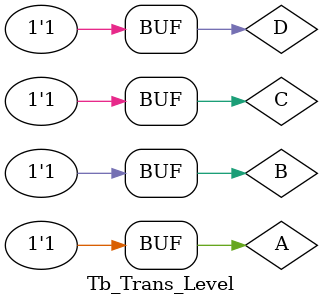
<source format=v>



`timescale 1ns / 1ps
module Tb_Trans_Level;

    // Inputs
    	reg A, B, C, D;
		wire F;

    // Instantiate the Unit Under Test (UUT)
    Trans_Level tr (.A(A),.B(B),.C(C),.D(D),.F(F));
    
  
  initial begin
     
    $monitor ("T=%0t A=%0b B=%0b C=%0b D=%0b F=%0b", $time, A, B, C, D,F);
    
   	#100; A = 0;B = 0; C = 0; D = 0;
	#100; A = 0;B = 0; C = 0; D = 1;
	#100; A = 0;B = 0; C = 1; D = 0;
	#100; A = 0;B = 0; C = 1; D = 1;
	#100; A = 0;B = 1; C = 0; D = 0;
	#100; A = 0;B = 1; C = 0; D = 1;
	#100; A = 0;B = 1; C = 1; D = 0;
	#100; A = 0;B = 1; C = 1; D = 1;
	#100; A = 1;B = 0; C = 0; D = 0;
	#100; A = 1;B = 0; C = 0; D = 1;
	#100; A = 1;B = 0; C = 1; D = 0;
	#100; A = 1;B = 0; C = 1; D = 1;
	#100; A = 1;B = 1; C = 0; D = 0;
	#100; A = 1;B = 1; C = 0; D = 1;
	#100; A = 1;B = 1; C = 1; D = 0;
	#100; A = 1;B = 1; C = 1; D = 1;
    
  end
      
endmodule

</source>
